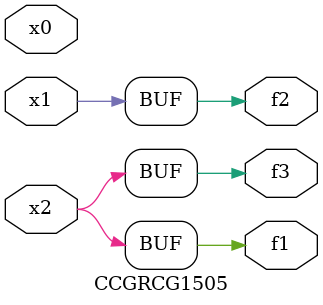
<source format=v>
module CCGRCG1505(
	input x0, x1, x2,
	output f1, f2, f3
);
	assign f1 = x2;
	assign f2 = x1;
	assign f3 = x2;
endmodule

</source>
